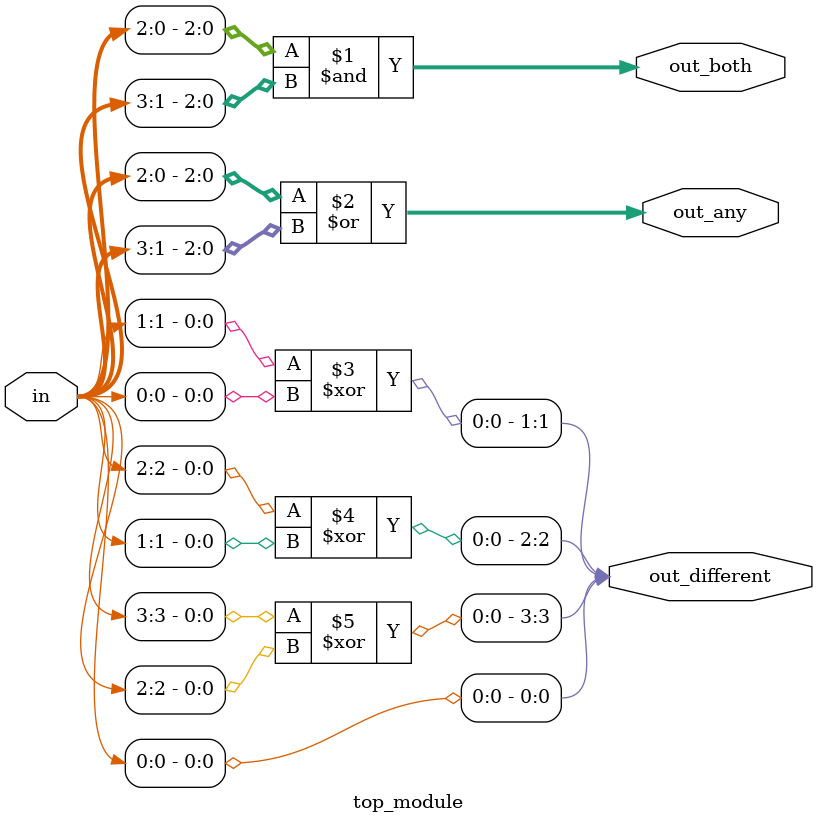
<source format=v>

module top_module (
	input [3:0] in,
	output [2:0] out_both,
	output [3:1] out_any,
	output [3:0] out_different
);

// Bitwise AND operation between bits 2 through 0 and bits 3 through 1
assign out_both = in[2:0] & in[3:1];

// Bitwise OR operation between bits 2 through 0 and bits 3 through 1
assign out_any = {in[3], in[2:0] | in[3:1]};

// Bitwise XOR operation between the input vector and bits 3 through 1 with bit 0 as an exception
assign out_different = {in[3] ^ in[2], in[2] ^ in[1], in[1] ^ in[0], in[0]};

endmodule

</source>
